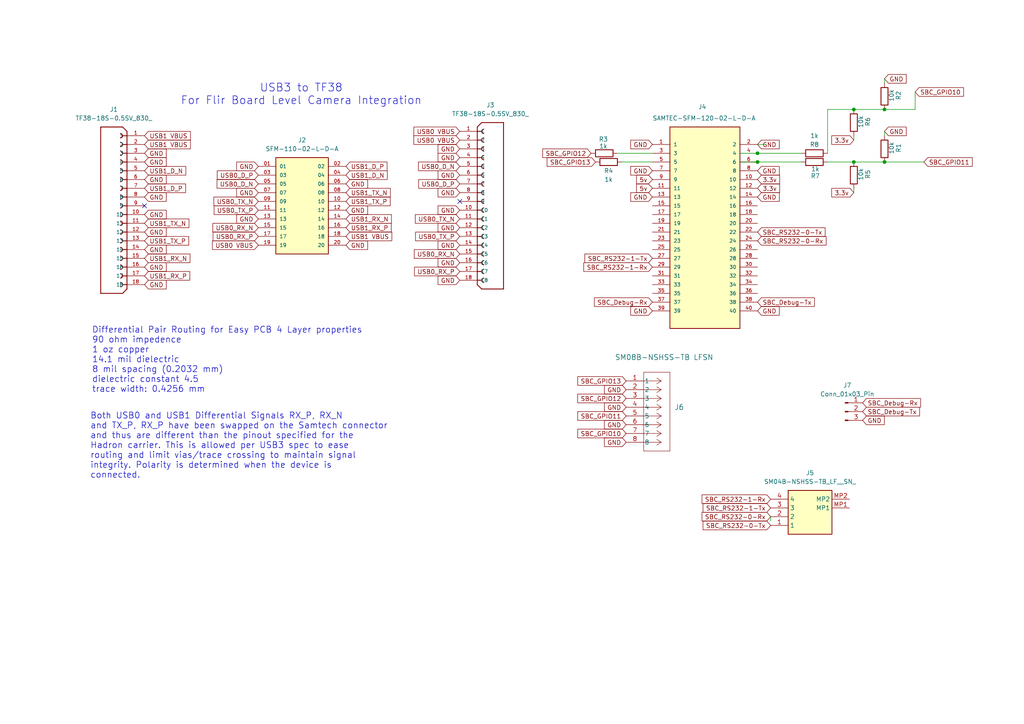
<source format=kicad_sch>
(kicad_sch (version 20250114) (generator "eeschema") (generator_version "9.0")
  (paper "A4")
  (lib_symbols
    (symbol "Connector:Conn_01x03_Pin" (pin_names (offset 1.016) (hide yes))
      (property "Reference" "J" (at 0 5.08 0))
      (property "Value" "Conn_01x03_Pin" (at 0 -5.08 0))
      (symbol "Conn_01x03_Pin_1_1"
        (rectangle (start 0.8636 2.667) (end 0 2.413) (stroke (width 0.1524)) (fill (type outline)))
        (rectangle (start 0.8636 0.127) (end 0 -0.127) (stroke (width 0.1524)) (fill (type outline)))
        (rectangle (start 0.8636 -2.413) (end 0 -2.667) (stroke (width 0.1524)) (fill (type outline)))
        (polyline (pts (xy 1.27 2.54) (xy 0.8636 2.54)) (stroke (width 0.1524)))
        (polyline (pts (xy 1.27 0) (xy 0.8636 0)) (stroke (width 0.1524)))
        (polyline (pts (xy 1.27 -2.54) (xy 0.8636 -2.54)) (stroke (width 0.1524)))
        (pin passive line (at 5.08 2.54 180) (length 3.81) (name "Pin_1") (number "1"))
        (pin passive line (at 5.08 0 180) (length 3.81) (name "Pin_2") (number "2"))
        (pin passive line (at 5.08 -2.54 180) (length 3.81) (name "Pin_3") (number "3"))
      )
    )
    (symbol "Device:R" (pin_numbers (hide yes)) (pin_names (offset 0))
      (property "Reference" "R" (at 2.032 0 90))
      (property "Value" "R" (at 0 0 90))
      (symbol "R_0_1"
        (rectangle (start -1.016 -2.54) (end 1.016 2.54) (stroke (width 0.254)))
      )
      (symbol "R_1_1"
        (pin passive line (at 0 3.81 270) (length 1.27) (name "~") (number "1"))
        (pin passive line (at 0 -3.81 90) (length 1.27) (name "~") (number "2"))
      )
    )
    (symbol "Ricks_symbols:SAMTEC-SFM-120-02-X-D-A" (pin_names (offset 1.016))
      (property "Reference" "J" (at 0 5.08 0))
      (property "Value" "SAMTEC-SFM-120-02-X-D-A" (at -2.032 -56.896 0))
      (symbol "SAMTEC-SFM-120-02-X-D-A_0_0"
        (rectangle (start 0 -53.34) (end 20.3 5.08) (stroke (width 0.254)) (fill (type background)))
        (pin passive line (at -5.08 0 0) (length 5.08) (name "1") (number "1"))
        (pin passive line (at -5.08 -2.54 0) (length 5.08) (name "3") (number "3"))
        (pin passive line (at -5.08 -5.08 0) (length 5.08) (name "5") (number "5"))
        (pin passive line (at -5.08 -7.62 0) (length 5.08) (name "7") (number "7"))
        (pin passive line (at -5.08 -10.16 0) (length 5.08) (name "9") (number "9"))
        (pin passive line (at -5.08 -12.7 0) (length 5.08) (name "11") (number "11"))
        (pin passive line (at -5.08 -15.24 0) (length 5.08) (name "13") (number "13"))
        (pin passive line (at -5.08 -17.78 0) (length 5.08) (name "15") (number "15"))
        (pin passive line (at -5.08 -20.32 0) (length 5.08) (name "17") (number "17"))
        (pin passive line (at -5.08 -22.86 0) (length 5.08) (name "19") (number "19"))
        (pin passive line (at -5.08 -25.4 0) (length 5.08) (name "21") (number "21"))
        (pin passive line (at -5.08 -27.94 0) (length 5.08) (name "23") (number "23"))
        (pin passive line (at -5.08 -30.48 0) (length 5.08) (name "25") (number "25"))
        (pin passive line (at -5.08 -33.02 0) (length 5.08) (name "27") (number "27"))
        (pin passive line (at -5.08 -35.56 0) (length 5.08) (name "29") (number "29"))
        (pin passive line (at -5.08 -38.1 0) (length 5.08) (name "31") (number "31"))
        (pin passive line (at -5.08 -40.64 0) (length 5.08) (name "33") (number "33"))
        (pin passive line (at -5.08 -43.18 0) (length 5.08) (name "35") (number "35"))
        (pin passive line (at -5.08 -45.72 0) (length 5.08) (name "37") (number "37"))
        (pin passive line (at -5.08 -48.26 0) (length 5.08) (name "39") (number "39"))
        (pin passive line (at 25.4 0 180) (length 5.08) (name "2") (number "2"))
        (pin passive line (at 25.4 -2.54 180) (length 5.08) (name "4") (number "4"))
        (pin passive line (at 25.4 -5.08 180) (length 5.08) (name "6") (number "6"))
        (pin passive line (at 25.4 -7.62 180) (length 5.08) (name "8") (number "8"))
        (pin passive line (at 25.4 -10.16 180) (length 5.08) (name "10") (number "10"))
        (pin passive line (at 25.4 -12.7 180) (length 5.08) (name "12") (number "12"))
        (pin passive line (at 25.4 -15.24 180) (length 5.08) (name "14") (number "14"))
        (pin passive line (at 25.4 -17.78 180) (length 5.08) (name "16") (number "16"))
        (pin passive line (at 25.4 -20.32 180) (length 5.08) (name "18") (number "18"))
        (pin passive line (at 25.4 -22.86 180) (length 5.08) (name "20") (number "20"))
        (pin passive line (at 25.4 -25.4 180) (length 5.08) (name "22") (number "22"))
        (pin passive line (at 25.4 -27.94 180) (length 5.08) (name "24") (number "24"))
        (pin passive line (at 25.4 -30.48 180) (length 5.08) (name "26") (number "26"))
        (pin passive line (at 25.4 -33.02 180) (length 5.08) (name "28") (number "28"))
        (pin passive line (at 25.4 -35.56 180) (length 5.08) (name "30") (number "30"))
        (pin passive line (at 25.4 -38.1 180) (length 5.08) (name "32") (number "32"))
        (pin passive line (at 25.4 -40.64 180) (length 5.08) (name "34") (number "34"))
        (pin passive line (at 25.4 -43.18 180) (length 5.08) (name "36") (number "36"))
        (pin passive line (at 25.4 -45.72 180) (length 5.08) (name "38") (number "38"))
        (pin passive line (at 25.4 -48.26 180) (length 5.08) (name "40") (number "40"))
      )
    )
    (symbol "Ricks_symbols:SFM-110-02-L-D-A-P-TR" (pin_names (offset 1.016))
      (property "Reference" "J" (at -7.62 13.97 0))
      (property "Value" "SFM-110-02-L-D-A-P-TR" (at -7.62 -17.78 0))
      (symbol "SFM-110-02-L-D-A-P-TR_0_0"
        (rectangle (start -7.62 -15.24) (end 7.6 12.7) (stroke (width 0.254)) (fill (type background)))
        (pin passive line (at -12.7 10.16 0) (length 5.08) (name "01") (number "01"))
        (pin passive line (at -12.7 7.62 0) (length 5.08) (name "03") (number "03"))
        (pin passive line (at -12.7 5.08 0) (length 5.08) (name "05") (number "05"))
        (pin passive line (at -12.7 2.54 0) (length 5.08) (name "07") (number "07"))
        (pin passive line (at -12.7 0 0) (length 5.08) (name "09") (number "09"))
        (pin passive line (at -12.7 -2.54 0) (length 5.08) (name "11") (number "11"))
        (pin passive line (at -12.7 -5.08 0) (length 5.08) (name "13") (number "13"))
        (pin passive line (at -12.7 -7.62 0) (length 5.08) (name "15") (number "15"))
        (pin passive line (at -12.7 -10.16 0) (length 5.08) (name "17") (number "17"))
        (pin passive line (at -12.7 -12.7 0) (length 5.08) (name "19") (number "19"))
        (pin passive line (at 12.7 10.16 180) (length 5.08) (name "02") (number "02"))
        (pin passive line (at 12.7 7.62 180) (length 5.08) (name "04") (number "04"))
        (pin passive line (at 12.7 5.08 180) (length 5.08) (name "06") (number "06"))
        (pin passive line (at 12.7 2.54 180) (length 5.08) (name "08") (number "08"))
        (pin passive line (at 12.7 0 180) (length 5.08) (name "10") (number "10"))
        (pin passive line (at 12.7 -2.54 180) (length 5.08) (name "12") (number "12"))
        (pin passive line (at 12.7 -5.08 180) (length 5.08) (name "14") (number "14"))
        (pin passive line (at 12.7 -7.62 180) (length 5.08) (name "16") (number "16"))
        (pin passive line (at 12.7 -10.16 180) (length 5.08) (name "18") (number "18"))
        (pin passive line (at 12.7 -12.7 180) (length 5.08) (name "20") (number "20"))
      )
    )
    (symbol "Ricks_symbols:SM04B-NSHSS-TB_LF__SN_"
      (property "Reference" "J" (at 5.334 4.572 0))
      (property "Value" "SM04B-NSHSS-TB_LF__SN_" (at -0.508 -11.684 0))
      (symbol "SM04B-NSHSS-TB_LF__SN__1_1"
        (rectangle (start 5.08 2.54) (end 17.78 -10.16) (stroke (width 0.254)) (fill (type background)))
        (pin passive line (at 0 0 0) (length 5.08) (name "4") (number "4"))
        (pin passive line (at 0 -2.54 0) (length 5.08) (name "3") (number "3"))
        (pin passive line (at 0 -5.08 0) (length 5.08) (name "2") (number "2"))
        (pin passive line (at 0 -7.62 0) (length 5.08) (name "1") (number "1"))
        (pin passive line (at 22.86 0 180) (length 5.08) (name "MP2") (number "MP2"))
        (pin passive line (at 22.86 -2.54 180) (length 5.08) (name "MP1") (number "MP1"))
      )
    )
    (symbol "Ricks_symbols:SM08B-NSHSS-TB_LFSN_1" (pin_names (offset 0.254))
      (property "Reference" "J" (at 5.588 4.064 0))
      (property "Value" "SM08B-NSHSS-TB LFSN" (at 6.35 -22.86 0))
      (symbol "SM08B-NSHSS-TB_LFSN_1_1_1"
        (polyline (pts (xy 5.08 2.54) (xy 5.08 -20.32)) (stroke (width 0.127)))
        (polyline (pts (xy 5.08 -20.32) (xy 12.7 -20.32)) (stroke (width 0.127)))
        (polyline (pts (xy 10.16 0) (xy 5.08 0)) (stroke (width 0.127)))
        (polyline (pts (xy 10.16 0) (xy 8.89 0.8467)) (stroke (width 0.127)))
        (polyline (pts (xy 10.16 0) (xy 8.89 -0.8467)) (stroke (width 0.127)))
        (polyline (pts (xy 10.16 -2.54) (xy 5.08 -2.54)) (stroke (width 0.127)))
        (polyline (pts (xy 10.16 -2.54) (xy 8.89 -1.6933)) (stroke (width 0.127)))
        (polyline (pts (xy 10.16 -2.54) (xy 8.89 -3.3867)) (stroke (width 0.127)))
        (polyline (pts (xy 10.16 -5.08) (xy 5.08 -5.08)) (stroke (width 0.127)))
        (polyline (pts (xy 10.16 -5.08) (xy 8.89 -4.2333)) (stroke (width 0.127)))
        (polyline (pts (xy 10.16 -5.08) (xy 8.89 -5.9267)) (stroke (width 0.127)))
        (polyline (pts (xy 10.16 -7.62) (xy 5.08 -7.62)) (stroke (width 0.127)))
        (polyline (pts (xy 10.16 -7.62) (xy 8.89 -6.7733)) (stroke (width 0.127)))
        (polyline (pts (xy 10.16 -7.62) (xy 8.89 -8.4667)) (stroke (width 0.127)))
        (polyline (pts (xy 10.16 -10.16) (xy 5.08 -10.16)) (stroke (width 0.127)))
        (polyline (pts (xy 10.16 -10.16) (xy 8.89 -9.3133)) (stroke (width 0.127)))
        (polyline (pts (xy 10.16 -10.16) (xy 8.89 -11.0067)) (stroke (width 0.127)))
        (polyline (pts (xy 10.16 -12.7) (xy 5.08 -12.7)) (stroke (width 0.127)))
        (polyline (pts (xy 10.16 -12.7) (xy 8.89 -11.8533)) (stroke (width 0.127)))
        (polyline (pts (xy 10.16 -12.7) (xy 8.89 -13.5467)) (stroke (width 0.127)))
        (polyline (pts (xy 10.16 -15.24) (xy 5.08 -15.24)) (stroke (width 0.127)))
        (polyline (pts (xy 10.16 -15.24) (xy 8.89 -14.3933)) (stroke (width 0.127)))
        (polyline (pts (xy 10.16 -15.24) (xy 8.89 -16.0867)) (stroke (width 0.127)))
        (polyline (pts (xy 10.16 -17.78) (xy 5.08 -17.78)) (stroke (width 0.127)))
        (polyline (pts (xy 10.16 -17.78) (xy 8.89 -16.9333)) (stroke (width 0.127)))
        (polyline (pts (xy 10.16 -17.78) (xy 8.89 -18.6267)) (stroke (width 0.127)))
        (polyline (pts (xy 12.7 2.54) (xy 5.08 2.54)) (stroke (width 0.127)))
        (polyline (pts (xy 12.7 -20.32) (xy 12.7 2.54)) (stroke (width 0.127)))
        (pin unspecified line (at 0 0 0) (length 5.08) (name "1") (number "1"))
        (pin unspecified line (at 0 -2.54 0) (length 5.08) (name "2") (number "2"))
        (pin unspecified line (at 0 -5.08 0) (length 5.08) (name "3") (number "3"))
        (pin unspecified line (at 0 -7.62 0) (length 5.08) (name "4") (number "4"))
        (pin unspecified line (at 0 -10.16 0) (length 5.08) (name "5") (number "5"))
        (pin unspecified line (at 0 -12.7 0) (length 5.08) (name "6") (number "6"))
        (pin unspecified line (at 0 -15.24 0) (length 5.08) (name "7") (number "7"))
        (pin unspecified line (at 0 -17.78 0) (length 5.08) (name "8") (number "8"))
      )
      (symbol "SM08B-NSHSS-TB_LFSN_1_1_2"
        (polyline (pts (xy 5.08 2.54) (xy 5.08 -15.24)) (stroke (width 0.127)))
        (polyline (pts (xy 5.08 -15.24) (xy 12.7 -15.24)) (stroke (width 0.127)))
        (polyline (pts (xy 7.62 0) (xy 5.08 0)) (stroke (width 0.127)))
        (polyline (pts (xy 7.62 0) (xy 8.89 0.8467)) (stroke (width 0.127)))
        (polyline (pts (xy 7.62 0) (xy 8.89 -0.8467)) (stroke (width 0.127)))
        (polyline (pts (xy 7.62 -2.54) (xy 5.08 -2.54)) (stroke (width 0.127)))
        (polyline (pts (xy 7.62 -2.54) (xy 8.89 -1.6933)) (stroke (width 0.127)))
        (polyline (pts (xy 7.62 -2.54) (xy 8.89 -3.3867)) (stroke (width 0.127)))
        (polyline (pts (xy 7.62 -5.08) (xy 5.08 -5.08)) (stroke (width 0.127)))
        (polyline (pts (xy 7.62 -5.08) (xy 8.89 -4.2333)) (stroke (width 0.127)))
        (polyline (pts (xy 7.62 -5.08) (xy 8.89 -5.9267)) (stroke (width 0.127)))
        (polyline (pts (xy 7.62 -7.62) (xy 5.08 -7.62)) (stroke (width 0.127)))
        (polyline (pts (xy 7.62 -7.62) (xy 8.89 -6.7733)) (stroke (width 0.127)))
        (polyline (pts (xy 7.62 -7.62) (xy 8.89 -8.4667)) (stroke (width 0.127)))
        (polyline (pts (xy 7.62 -10.16) (xy 5.08 -10.16)) (stroke (width 0.127)))
        (polyline (pts (xy 7.62 -10.16) (xy 8.89 -9.3133)) (stroke (width 0.127)))
        (polyline (pts (xy 7.62 -10.16) (xy 8.89 -11.0067)) (stroke (width 0.127)))
        (polyline (pts (xy 7.62 -12.7) (xy 5.08 -12.7)) (stroke (width 0.127)))
        (polyline (pts (xy 7.62 -12.7) (xy 8.89 -11.8533)) (stroke (width 0.127)))
        (polyline (pts (xy 7.62 -12.7) (xy 8.89 -13.5467)) (stroke (width 0.127)))
        (polyline (pts (xy 12.7 2.54) (xy 5.08 2.54)) (stroke (width 0.127)))
        (polyline (pts (xy 12.7 -15.24) (xy 12.7 2.54)) (stroke (width 0.127)))
        (pin unspecified line (at 0 0 0) (length 5.08) (name "1") (number "1"))
        (pin unspecified line (at 0 -2.54 0) (length 5.08) (name "2") (number "2"))
        (pin unspecified line (at 0 -5.08 0) (length 5.08) (name "3") (number "3"))
        (pin unspecified line (at 0 -7.62 0) (length 5.08) (name "4") (number "4"))
        (pin unspecified line (at 0 -10.16 0) (length 5.08) (name "5") (number "5"))
        (pin unspecified line (at 0 -12.7 0) (length 5.08) (name "6") (number "6"))
      )
    )
    (symbol "Ricks_symbols:TF38-18S-0.5SV_830_" (pin_names (offset 1.016))
      (property "Reference" "J" (at -7.62 26.67 0))
      (property "Value" "TF38-18S-0.5SV_830_" (at -7.62 -25.4 0))
      (symbol "TF38-18S-0.5SV_830__0_0"
        (polyline (pts (xy -7.62 25.4) (xy -1.27 25.4)) (stroke (width 0.254)))
        (polyline (pts (xy -7.62 -22.86) (xy -7.62 25.4)) (stroke (width 0.254)))
        (arc (start -1.905 23.495) (mid -1.2727 22.86) (end -1.905 22.225) (stroke (width 0.254)))
        (arc (start -1.905 20.955) (mid -1.2727 20.32) (end -1.905 19.685) (stroke (width 0.254)))
        (arc (start -1.905 18.415) (mid -1.2727 17.78) (end -1.905 17.145) (stroke (width 0.254)))
        (arc (start -1.905 15.875) (mid -1.2727 15.24) (end -1.905 14.605) (stroke (width 0.254)))
        (arc (start -1.905 13.335) (mid -1.2727 12.7) (end -1.905 12.065) (stroke (width 0.254)))
        (arc (start -1.905 10.795) (mid -1.2727 10.16) (end -1.905 9.525) (stroke (width 0.254)))
        (arc (start -1.905 8.255) (mid -1.2727 7.62) (end -1.905 6.985) (stroke (width 0.254)))
        (arc (start -1.905 5.715) (mid -1.2727 5.08) (end -1.905 4.445) (stroke (width 0.254)))
        (arc (start -1.905 3.175) (mid -1.2727 2.54) (end -1.905 1.905) (stroke (width 0.254)))
        (arc (start -1.905 0.635) (mid -1.2727 0) (end -1.905 -0.635) (stroke (width 0.254)))
        (arc (start -1.905 -1.905) (mid -1.2727 -2.54) (end -1.905 -3.175) (stroke (width 0.254)))
        (arc (start -1.905 -4.445) (mid -1.2727 -5.08) (end -1.905 -5.715) (stroke (width 0.254)))
        (arc (start -1.905 -6.985) (mid -1.2727 -7.62) (end -1.905 -8.255) (stroke (width 0.254)))
        (arc (start -1.905 -9.525) (mid -1.2727 -10.16) (end -1.905 -10.795) (stroke (width 0.254)))
        (arc (start -1.905 -12.065) (mid -1.2727 -12.7) (end -1.905 -13.335) (stroke (width 0.254)))
        (arc (start -1.905 -14.605) (mid -1.2727 -15.24) (end -1.905 -15.875) (stroke (width 0.254)))
        (arc (start -1.905 -17.145) (mid -1.2727 -17.78) (end -1.905 -18.415) (stroke (width 0.254)))
        (arc (start -1.905 -19.685) (mid -1.2727 -20.32) (end -1.905 -20.955) (stroke (width 0.254)))
        (polyline (pts (xy -1.27 -22.86) (xy -7.62 -22.86)) (stroke (width 0.254)))
        (polyline (pts (xy 0 24.13) (xy -1.27 25.4)) (stroke (width 0.254)))
        (polyline (pts (xy 0 24.13) (xy 0 22.86)) (stroke (width 0.254)))
        (polyline (pts (xy 0 22.86) (xy -1.27 22.86)) (stroke (width 0.254)))
        (polyline (pts (xy 0 22.86) (xy 0 -21.59)) (stroke (width 0.254)))
        (polyline (pts (xy 0 20.32) (xy -1.27 20.32)) (stroke (width 0.254)))
        (polyline (pts (xy 0 17.78) (xy -1.27 17.78)) (stroke (width 0.254)))
        (polyline (pts (xy 0 15.24) (xy -1.27 15.24)) (stroke (width 0.254)))
        (polyline (pts (xy 0 12.7) (xy -1.27 12.7)) (stroke (width 0.254)))
        (polyline (pts (xy 0 10.16) (xy -1.27 10.16)) (stroke (width 0.254)))
        (polyline (pts (xy 0 7.62) (xy -1.27 7.62)) (stroke (width 0.254)))
        (polyline (pts (xy 0 5.08) (xy -1.27 5.08)) (stroke (width 0.254)))
        (polyline (pts (xy 0 2.54) (xy -1.27 2.54)) (stroke (width 0.254)))
        (polyline (pts (xy 0 0) (xy -1.27 0)) (stroke (width 0.254)))
        (polyline (pts (xy 0 -2.54) (xy -1.27 -2.54)) (stroke (width 0.254)))
        (polyline (pts (xy 0 -5.08) (xy -1.27 -5.08)) (stroke (width 0.254)))
        (polyline (pts (xy 0 -7.62) (xy -1.27 -7.62)) (stroke (width 0.254)))
        (polyline (pts (xy 0 -10.16) (xy -1.27 -10.16)) (stroke (width 0.254)))
        (polyline (pts (xy 0 -12.7) (xy -1.27 -12.7)) (stroke (width 0.254)))
        (polyline (pts (xy 0 -15.24) (xy -1.27 -15.24)) (stroke (width 0.254)))
        (polyline (pts (xy 0 -17.78) (xy -1.27 -17.78)) (stroke (width 0.254)))
        (polyline (pts (xy 0 -20.32) (xy -1.27 -20.32)) (stroke (width 0.254)))
        (polyline (pts (xy 0 -21.59) (xy -1.27 -22.86)) (stroke (width 0.254)))
        (pin passive line (at 5.08 22.86 180) (length 5.08) (name "1") (number "1"))
        (pin passive line (at 5.08 20.32 180) (length 5.08) (name "2") (number "2"))
        (pin passive line (at 5.08 17.78 180) (length 5.08) (name "3") (number "3"))
        (pin passive line (at 5.08 15.24 180) (length 5.08) (name "4") (number "4"))
        (pin passive line (at 5.08 12.7 180) (length 5.08) (name "5") (number "5"))
        (pin passive line (at 5.08 10.16 180) (length 5.08) (name "6") (number "6"))
        (pin passive line (at 5.08 7.62 180) (length 5.08) (name "7") (number "7"))
        (pin passive line (at 5.08 5.08 180) (length 5.08) (name "8") (number "8"))
        (pin passive line (at 5.08 2.54 180) (length 5.08) (name "9") (number "9"))
        (pin passive line (at 5.08 0 180) (length 5.08) (name "10") (number "10"))
        (pin passive line (at 5.08 -2.54 180) (length 5.08) (name "11") (number "11"))
        (pin passive line (at 5.08 -5.08 180) (length 5.08) (name "12") (number "12"))
        (pin passive line (at 5.08 -7.62 180) (length 5.08) (name "13") (number "13"))
        (pin passive line (at 5.08 -10.16 180) (length 5.08) (name "14") (number "14"))
        (pin passive line (at 5.08 -12.7 180) (length 5.08) (name "15") (number "15"))
        (pin passive line (at 5.08 -15.24 180) (length 5.08) (name "16") (number "16"))
        (pin passive line (at 5.08 -17.78 180) (length 5.08) (name "17") (number "17"))
        (pin passive line (at 5.08 -20.32 180) (length 5.08) (name "18") (number "18"))
      )
    )
  )
  (text "Differential Pair Routing for Easy PCB 4 Layer properties\n90 ohm impedence\n1 oz copper\n14.1 mil dielectric\n8 mil spacing (0.2032 mm)\ndielectric constant 4.5\ntrace width: 0.4256 mm" (at 26.67 104.394 0) (effects (font (size 1.778 1.778)) (justify left)))
  (text "USB3 to TF38\nFor Flir Board Level Camera Integration" (at 87.376 27.432 0) (effects (font (size 2.286 2.286))))
  (text "Both USB0 and USB1 Differential Signals RX_P, RX_N\nand TX_P, RX_P have been swapped on the Samtech connector\nand thus are different than the pinout specified for the\nHadron carrier. This is allowed per USB3 spec to ease\nrouting and limit vias/trace crossing to maintain signal\nintegrity. Polarity is determined when the device is\nconnected." (at 26.162 129.286 0) (effects (font (size 1.778 1.778)) (justify left)))
  (junction (at 247.65 46.99))
  (junction (at 256.54 31.75))
  (junction (at 219.71 44.45))
  (junction (at 247.65 31.75))
  (junction (at 256.54 46.99))
  (junction (at 219.71 46.99))
  (no_connect (at 41.91 59.69))
  (no_connect (at 133.35 58.42))
  (wire (pts (xy 247.65 55.88) (xy 247.65 54.61)))
  (wire (pts (xy 265.43 31.75) (xy 256.54 31.75)))
  (wire (pts (xy 256.54 38.1) (xy 256.54 39.37)))
  (wire (pts (xy 223.52 151.13) (xy 223.52 149.86)))
  (wire (pts (xy 247.65 31.75) (xy 240.03 31.75)))
  (wire (pts (xy 256.54 46.99) (xy 247.65 46.99)))
  (wire (pts (xy 256.54 22.86) (xy 256.54 24.13)))
  (wire (pts (xy 240.03 31.75) (xy 240.03 44.45)))
  (wire (pts (xy 219.71 44.45) (xy 214.63 44.45)))
  (wire (pts (xy 265.43 26.67) (xy 265.43 31.75)))
  (wire (pts (xy 180.34 46.99) (xy 189.23 46.99)))
  (wire (pts (xy 256.54 31.75) (xy 247.65 31.75)))
  (wire (pts (xy 247.65 40.64) (xy 247.65 39.37)))
  (wire (pts (xy 179.07 44.45) (xy 189.23 44.45)))
  (wire (pts (xy 222.25 41.91) (xy 219.71 41.91)))
  (wire (pts (xy 267.97 46.99) (xy 256.54 46.99)))
  (wire (pts (xy 232.41 46.99) (xy 219.71 46.99)))
  (wire (pts (xy 247.65 46.99) (xy 240.03 46.99)))
  (wire (pts (xy 219.71 44.45) (xy 232.41 44.45)))
  (wire (pts (xy 219.71 46.99) (xy 214.63 46.99)))
  (global_label "5v" (shape input) (at 189.23 52.07 180) (property "Intersheetrefs" "${INTERSHEET_REFS}" (effects (hide yes))))
  (global_label "USB1_RX_P" (shape input) (at 41.91 80.01 0) (property "Intersheetrefs" "${INTERSHEET_REFS}" (effects (hide yes))))
  (global_label "USB1_D_P" (shape input) (at 100.33 48.26 0) (property "Intersheetrefs" "${INTERSHEET_REFS}" (effects (hide yes))))
  (global_label "USB0_TX_N" (shape input) (at 74.93 58.42 180) (property "Intersheetrefs" "${INTERSHEET_REFS}" (effects (hide yes))))
  (global_label "USB0 VBUS" (shape input) (at 133.35 40.64 180) (property "Intersheetrefs" "${INTERSHEET_REFS}" (effects (hide yes))))
  (global_label "USB0_RX_P" (shape input) (at 133.35 78.74 180) (property "Intersheetrefs" "${INTERSHEET_REFS}" (effects (hide yes))))
  (global_label "GND" (shape input) (at 189.23 41.91 180) (property "Intersheetrefs" "${INTERSHEET_REFS}" (effects (hide yes))))
  (global_label "GND" (shape input) (at 189.23 90.17 180) (property "Intersheetrefs" "${INTERSHEET_REFS}" (effects (hide yes))))
  (global_label "SBC_RS232-1-Rx" (shape input) (at 189.23 77.47 180) (property "Intersheetrefs" "${INTERSHEET_REFS}" (effects (hide yes))))
  (global_label "USB1_D_N" (shape input) (at 100.33 50.8 0) (property "Intersheetrefs" "${INTERSHEET_REFS}" (effects (hide yes))))
  (global_label "SBC_GPIO12" (shape input) (at 181.61 115.57 180) (property "Intersheetrefs" "${INTERSHEET_REFS}" (effects (hide yes))))
  (global_label "SBC_RS232-1-Tx" (shape input) (at 223.52 147.32 180) (property "Intersheetrefs" "${INTERSHEET_REFS}" (effects (hide yes))))
  (global_label "USB1_RX_N" (shape input) (at 100.33 63.5 0) (property "Intersheetrefs" "${INTERSHEET_REFS}" (effects (hide yes))))
  (global_label "GND" (shape input) (at 133.35 76.2 180) (property "Intersheetrefs" "${INTERSHEET_REFS}" (effects (hide yes))))
  (global_label "3.3v" (shape input) (at 219.71 52.07 0) (property "Intersheetrefs" "${INTERSHEET_REFS}" (effects (hide yes))))
  (global_label "USB0_TX_N" (shape input) (at 133.35 63.5 180) (property "Intersheetrefs" "${INTERSHEET_REFS}" (effects (hide yes))))
  (global_label "GND" (shape input) (at 133.35 81.28 180) (property "Intersheetrefs" "${INTERSHEET_REFS}" (effects (hide yes))))
  (global_label "USB0_RX_P" (shape input) (at 74.93 68.58 180) (property "Intersheetrefs" "${INTERSHEET_REFS}" (effects (hide yes))))
  (global_label "SBC_GPIO12" (shape input) (at 171.45 44.45 180) (property "Intersheetrefs" "${INTERSHEET_REFS}" (effects (hide yes))))
  (global_label "USB0_TX_P" (shape input) (at 74.93 60.96 180) (property "Intersheetrefs" "${INTERSHEET_REFS}" (effects (hide yes))))
  (global_label "GND" (shape input) (at 181.61 123.19 180) (property "Intersheetrefs" "${INTERSHEET_REFS}" (effects (hide yes))))
  (global_label "GND" (shape input) (at 133.35 71.12 180) (property "Intersheetrefs" "${INTERSHEET_REFS}" (effects (hide yes))))
  (global_label "USB0_D_N" (shape input) (at 133.35 48.26 180) (property "Intersheetrefs" "${INTERSHEET_REFS}" (effects (hide yes))))
  (global_label "GND" (shape input) (at 219.71 90.17 0) (property "Intersheetrefs" "${INTERSHEET_REFS}" (effects (hide yes))))
  (global_label "GND" (shape input) (at 219.71 57.15 0) (property "Intersheetrefs" "${INTERSHEET_REFS}" (effects (hide yes))))
  (global_label "GND" (shape input) (at 41.91 82.55 0) (property "Intersheetrefs" "${INTERSHEET_REFS}" (effects (hide yes))))
  (global_label "USB0_RX_N" (shape input) (at 74.93 66.04 180) (property "Intersheetrefs" "${INTERSHEET_REFS}" (effects (hide yes))))
  (global_label "SBC_Debug-Rx" (shape input) (at 250.19 116.84 0) (property "Intersheetrefs" "${INTERSHEET_REFS}" (effects (hide yes))))
  (global_label "SBC_RS232-0-Tx" (shape input) (at 219.71 67.31 0) (property "Intersheetrefs" "${INTERSHEET_REFS}" (effects (hide yes))))
  (global_label "GND" (shape input) (at 74.93 48.26 180) (property "Intersheetrefs" "${INTERSHEET_REFS}" (effects (hide yes))))
  (global_label "GND" (shape input) (at 219.71 49.53 0) (property "Intersheetrefs" "${INTERSHEET_REFS}" (effects (hide yes))))
  (global_label "SBC_RS232-0-Rx" (shape input) (at 219.71 69.85 0) (property "Intersheetrefs" "${INTERSHEET_REFS}" (effects (hide yes))))
  (global_label "USB0_TX_P" (shape input) (at 133.35 68.58 180) (property "Intersheetrefs" "${INTERSHEET_REFS}" (effects (hide yes))))
  (global_label "GND" (shape input) (at 74.93 55.88 180) (property "Intersheetrefs" "${INTERSHEET_REFS}" (effects (hide yes))))
  (global_label "USB1_RX_P" (shape input) (at 100.33 66.04 0) (property "Intersheetrefs" "${INTERSHEET_REFS}" (effects (hide yes))))
  (global_label "GND" (shape input) (at 189.23 57.15 180) (property "Intersheetrefs" "${INTERSHEET_REFS}" (effects (hide yes))))
  (global_label "GND" (shape input) (at 133.35 66.04 180) (property "Intersheetrefs" "${INTERSHEET_REFS}" (effects (hide yes))))
  (global_label "GND" (shape input) (at 133.35 50.8 180) (property "Intersheetrefs" "${INTERSHEET_REFS}" (effects (hide yes))))
  (global_label "USB0_D_P" (shape input) (at 74.93 50.8 180) (property "Intersheetrefs" "${INTERSHEET_REFS}" (effects (hide yes))))
  (global_label "USB0_D_N" (shape input) (at 74.93 53.34 180) (property "Intersheetrefs" "${INTERSHEET_REFS}" (effects (hide yes))))
  (global_label "GND" (shape input) (at 100.33 71.12 0) (property "Intersheetrefs" "${INTERSHEET_REFS}" (effects (hide yes))))
  (global_label "USB0_D_P" (shape input) (at 133.35 53.34 180) (property "Intersheetrefs" "${INTERSHEET_REFS}" (effects (hide yes))))
  (global_label "USB1_RX_N" (shape input) (at 41.91 74.93 0) (property "Intersheetrefs" "${INTERSHEET_REFS}" (effects (hide yes))))
  (global_label "SBC_Debug-Rx" (shape input) (at 189.23 87.63 180) (property "Intersheetrefs" "${INTERSHEET_REFS}" (effects (hide yes))))
  (global_label "SBC_GPIO11" (shape input) (at 181.61 120.65 180) (property "Intersheetrefs" "${INTERSHEET_REFS}" (effects (hide yes))))
  (global_label "SBC_RS232-1-Tx" (shape input) (at 189.23 74.93 180) (property "Intersheetrefs" "${INTERSHEET_REFS}" (effects (hide yes))))
  (global_label "GND" (shape input) (at 41.91 46.99 0) (property "Intersheetrefs" "${INTERSHEET_REFS}" (effects (hide yes))))
  (global_label "USB1_TX_N" (shape input) (at 41.91 64.77 0) (property "Intersheetrefs" "${INTERSHEET_REFS}" (effects (hide yes))))
  (global_label "SBC_RS232-0-Tx" (shape input) (at 223.52 152.4 180) (property "Intersheetrefs" "${INTERSHEET_REFS}" (effects (hide yes))))
  (global_label "SBC_GPIO10" (shape input) (at 265.43 26.67 0) (property "Intersheetrefs" "${INTERSHEET_REFS}" (effects (hide yes))))
  (global_label "GND" (shape input) (at 133.35 60.96 180) (property "Intersheetrefs" "${INTERSHEET_REFS}" (effects (hide yes))))
  (global_label "GND" (shape input) (at 181.61 128.27 180) (property "Intersheetrefs" "${INTERSHEET_REFS}" (effects (hide yes))))
  (global_label "USB1_TX_P" (shape input) (at 41.91 69.85 0) (property "Intersheetrefs" "${INTERSHEET_REFS}" (effects (hide yes))))
  (global_label "GND" (shape input) (at 133.35 43.18 180) (property "Intersheetrefs" "${INTERSHEET_REFS}" (effects (hide yes))))
  (global_label "GND" (shape input) (at 41.91 44.45 0) (property "Intersheetrefs" "${INTERSHEET_REFS}" (effects (hide yes))))
  (global_label "GND" (shape input) (at 219.71 41.91 0) (property "Intersheetrefs" "${INTERSHEET_REFS}" (effects (hide yes))))
  (global_label "3.3v" (shape input) (at 219.71 54.61 0) (property "Intersheetrefs" "${INTERSHEET_REFS}" (effects (hide yes))))
  (global_label "USB1_D_N" (shape input) (at 41.91 49.53 0) (property "Intersheetrefs" "${INTERSHEET_REFS}" (effects (hide yes))))
  (global_label "GND" (shape input) (at 41.91 57.15 0) (property "Intersheetrefs" "${INTERSHEET_REFS}" (effects (hide yes))))
  (global_label "3.3v" (shape input) (at 247.65 40.64 180) (property "Intersheetrefs" "${INTERSHEET_REFS}" (effects (hide yes))))
  (global_label "GND" (shape input) (at 41.91 67.31 0) (property "Intersheetrefs" "${INTERSHEET_REFS}" (effects (hide yes))))
  (global_label "GND" (shape input) (at 41.91 77.47 0) (property "Intersheetrefs" "${INTERSHEET_REFS}" (effects (hide yes))))
  (global_label "USB1 VBUS" (shape input) (at 41.91 41.91 0) (property "Intersheetrefs" "${INTERSHEET_REFS}" (effects (hide yes))))
  (global_label "USB0 VBUS" (shape input) (at 133.35 38.1 180) (property "Intersheetrefs" "${INTERSHEET_REFS}" (effects (hide yes))))
  (global_label "GND" (shape input) (at 41.91 52.07 0) (property "Intersheetrefs" "${INTERSHEET_REFS}" (effects (hide yes))))
  (global_label "GND" (shape input) (at 133.35 45.72 180) (property "Intersheetrefs" "${INTERSHEET_REFS}" (effects (hide yes))))
  (global_label "GND" (shape input) (at 41.91 72.39 0) (property "Intersheetrefs" "${INTERSHEET_REFS}" (effects (hide yes))))
  (global_label "USB1 VBUS" (shape input) (at 100.33 68.58 0) (property "Intersheetrefs" "${INTERSHEET_REFS}" (effects (hide yes))))
  (global_label "GND" (shape input) (at 74.93 63.5 180) (property "Intersheetrefs" "${INTERSHEET_REFS}" (effects (hide yes))))
  (global_label "USB0_RX_N" (shape input) (at 133.35 73.66 180) (property "Intersheetrefs" "${INTERSHEET_REFS}" (effects (hide yes))))
  (global_label "GND" (shape input) (at 41.91 62.23 0) (property "Intersheetrefs" "${INTERSHEET_REFS}" (effects (hide yes))))
  (global_label "SBC_Debug-Tx" (shape input) (at 250.19 119.38 0) (property "Intersheetrefs" "${INTERSHEET_REFS}" (effects (hide yes))))
  (global_label "USB1_TX_P" (shape input) (at 100.33 58.42 0) (property "Intersheetrefs" "${INTERSHEET_REFS}" (effects (hide yes))))
  (global_label "SBC_GPIO11" (shape input) (at 267.97 46.99 0) (property "Intersheetrefs" "${INTERSHEET_REFS}" (effects (hide yes))))
  (global_label "GND" (shape input) (at 256.54 38.1 0) (property "Intersheetrefs" "${INTERSHEET_REFS}" (effects (hide yes))))
  (global_label "GND" (shape input) (at 133.35 55.88 180) (property "Intersheetrefs" "${INTERSHEET_REFS}" (effects (hide yes))))
  (global_label "SBC_GPIO10" (shape input) (at 181.61 125.73 180) (property "Intersheetrefs" "${INTERSHEET_REFS}" (effects (hide yes))))
  (global_label "SBC_GPIO13" (shape input) (at 181.61 110.49 180) (property "Intersheetrefs" "${INTERSHEET_REFS}" (effects (hide yes))))
  (global_label "5v" (shape input) (at 189.23 54.61 180) (property "Intersheetrefs" "${INTERSHEET_REFS}" (effects (hide yes))))
  (global_label "GND" (shape input) (at 100.33 53.34 0) (property "Intersheetrefs" "${INTERSHEET_REFS}" (effects (hide yes))))
  (global_label "GND" (shape input) (at 100.33 60.96 0) (property "Intersheetrefs" "${INTERSHEET_REFS}" (effects (hide yes))))
  (global_label "GND" (shape input) (at 250.19 121.92 0) (property "Intersheetrefs" "${INTERSHEET_REFS}" (effects (hide yes))))
  (global_label "USB0 VBUS" (shape input) (at 74.93 71.12 180) (property "Intersheetrefs" "${INTERSHEET_REFS}" (effects (hide yes))))
  (global_label "3.3v" (shape input) (at 247.65 55.88 180) (property "Intersheetrefs" "${INTERSHEET_REFS}" (effects (hide yes))))
  (global_label "GND" (shape input) (at 181.61 118.11 180) (property "Intersheetrefs" "${INTERSHEET_REFS}" (effects (hide yes))))
  (global_label "SBC_GPIO13" (shape input) (at 172.72 46.99 180) (property "Intersheetrefs" "${INTERSHEET_REFS}" (effects (hide yes))))
  (global_label "GND" (shape input) (at 256.54 22.86 0) (property "Intersheetrefs" "${INTERSHEET_REFS}" (effects (hide yes))))
  (global_label "USB1 VBUS" (shape input) (at 41.91 39.37 0) (property "Intersheetrefs" "${INTERSHEET_REFS}" (effects (hide yes))))
  (global_label "GND" (shape input) (at 181.61 113.03 180) (property "Intersheetrefs" "${INTERSHEET_REFS}" (effects (hide yes))))
  (global_label "SBC_RS232-1-Rx" (shape input) (at 223.52 144.78 180) (property "Intersheetrefs" "${INTERSHEET_REFS}" (effects (hide yes))))
  (global_label "SBC_Debug-Tx" (shape input) (at 219.71 87.63 0) (property "Intersheetrefs" "${INTERSHEET_REFS}" (effects (hide yes))))
  (global_label "SBC_RS232-0-Rx" (shape input) (at 223.52 149.86 180) (property "Intersheetrefs" "${INTERSHEET_REFS}" (effects (hide yes))))
  (global_label "USB1_TX_N" (shape input) (at 100.33 55.88 0) (property "Intersheetrefs" "${INTERSHEET_REFS}" (effects (hide yes))))
  (global_label "GND" (shape input) (at 189.23 49.53 180) (property "Intersheetrefs" "${INTERSHEET_REFS}" (effects (hide yes))))
  (global_label "USB1_D_P" (shape input) (at 41.91 54.61 0) (property "Intersheetrefs" "${INTERSHEET_REFS}" (effects (hide yes))))
  (symbol (lib_id "Ricks_symbols:SFM-110-02-L-D-A-P-TR") (at 87.63 58.42 0) (unit 1)
    (property "Reference" "J2" (at 87.62 40.64 0))
    (property "Value" "SFM-110-02-L-D-A" (at 87.62 43.18 0))
    (property "Footprint" "Ricks_Library:SAMTEC_SFM-110-02-L-D-A" (effects (hide yes)))
    (property "PARTREV" "Q" (effects (hide yes)))
    (property "SNAPEDA_PN" "SFM-110-02-L-D-A" (effects (hide yes)))
    (property "MANUFACTURER" "Samtec" (effects (hide yes)))
    (property "MAXIMUM_PACKAGE_HEIGHT" "6.48mm" (effects (hide yes)))
    (property "STANDARD" "Manufacturer Recommendations" (effects (hide yes)))
  )
  (symbol (lib_id "Device:R") (at 236.22 46.99 270) (unit 1)
    (property "Reference" "R7" (at 236.474 51.054 90))
    (property "Value" "1k" (at 236.474 49.022 90))
    (property "Footprint" "Resistor_SMD:R_0805_2012Metric" (effects (hide yes)))
    (property "Description" "Resistor" (effects (hide yes)))
  )
  (symbol (lib_id "Device:R") (at 247.65 35.56 0) (unit 1)
    (property "Reference" "R6" (at 251.714 35.306 90))
    (property "Value" "10k" (at 249.682 35.306 90))
    (property "Footprint" "Resistor_SMD:R_0805_2012Metric" (effects (hide yes)))
    (property "Description" "Resistor" (effects (hide yes)))
  )
  (symbol (lib_id "Device:R") (at 236.22 44.45 270) (unit 1)
    (property "Reference" "R8" (at 236.22 41.91 90))
    (property "Value" "1k" (at 236.22 39.37 90))
    (property "Footprint" "Resistor_SMD:R_0805_2012Metric" (effects (hide yes)))
    (property "Description" "Resistor" (effects (hide yes)))
  )
  (symbol (lib_id "Ricks_symbols:TF38-18S-0.5SV_830_") (at 138.43 60.96 0) (mirror y) (unit 1)
    (property "Reference" "J3" (at 142.24 30.48 0))
    (property "Value" "TF38-18S-0.5SV_830_" (at 142.24 33.02 0))
    (property "Footprint" "Ricks_Library:HRS_TF38-18S-0.5SV_830_" (effects (hide yes)))
    (property "STANDARD" "Manufacturer Recommendations" (effects (hide yes)))
  )
  (symbol (lib_id "Device:R") (at 176.53 46.99 90) (unit 1)
    (property "Reference" "R4" (at 176.53 49.53 90))
    (property "Value" "1k" (at 176.53 52.07 90))
    (property "Footprint" "Resistor_SMD:R_0805_2012Metric" (effects (hide yes)))
    (property "Description" "Resistor" (effects (hide yes)))
  )
  (symbol (lib_id "Device:R") (at 256.54 27.94 0) (unit 1)
    (property "Reference" "R2" (at 260.604 27.686 90))
    (property "Value" "10k" (at 258.572 27.686 90))
    (property "Footprint" "Resistor_SMD:R_0805_2012Metric" (effects (hide yes)))
    (property "Description" "Resistor" (effects (hide yes)))
  )
  (symbol (lib_id "Ricks_symbols:SAMTEC-SFM-120-02-X-D-A") (at 194.31 41.91 0) (unit 1)
    (property "Reference" "J4" (at 203.708 30.988 0))
    (property "Value" "SAMTEC-SFM-120-02-L-D-A" (at 204.216 34.29 0))
    (property "Footprint" "Ricks_Library:SAMTEC-SFM-120-02-X-D-A" (effects (hide yes)))
  )
  (symbol (lib_id "Ricks_symbols:SM04B-NSHSS-TB_LF__SN_") (at 223.52 144.78 0) (unit 1)
    (property "Reference" "J5" (at 234.95 137.16 0))
    (property "Value" "SM04B-NSHSS-TB_LF__SN_" (at 234.95 139.7 0))
    (property "Footprint" "Ricks_Library:CONN_JST_SM04B-NSHSS-TB" (effects (hide yes)))
    (property "Datasheet" "http://www.jst-mfg.com/product/pdf/eng/eNSH.pdf" (effects (hide yes)))
    (property "Description" "JST NSH Series, 1mm Pitch 4 Way 1 Row Right Angle PCB Header, Solder Termination, 10A" (effects (hide yes)))
    (property "Height" "4.4" (effects (hide yes)))
    (property "Manufacturer_Name" "JST (JAPAN SOLDERLESS TERMINALS)" (effects (hide yes)))
    (property "Manufacturer_Part_Number" "SM04B-NSHSS-TB(LF)(SN)" (effects (hide yes)))
  )
  (symbol (lib_id "Connector:Conn_01x03_Pin") (at 245.11 119.38 0) (unit 1)
    (property "Reference" "J7" (at 245.745 111.76 0))
    (property "Value" "Conn_01x03_Pin" (at 245.745 114.3 0))
    (property "Footprint" "Connector_PinHeader_2.54mm:PinHeader_1x03_P2.54mm_Horizontal" (effects (hide yes)))
    (property "Description" "Generic connector, single row, 01x03, script generated" (effects (hide yes)))
  )
  (symbol (lib_id "Device:R") (at 175.26 44.45 90) (unit 1)
    (property "Reference" "R3" (at 175.006 40.386 90))
    (property "Value" "1k" (at 175.006 42.418 90))
    (property "Footprint" "Resistor_SMD:R_0805_2012Metric" (effects (hide yes)))
    (property "Description" "Resistor" (effects (hide yes)))
  )
  (symbol (lib_id "Ricks_symbols:TF38-18S-0.5SV_830_") (at 36.83 62.23 0) (unit 1)
    (property "Reference" "J1" (at 33.02 31.75 0))
    (property "Value" "TF38-18S-0.5SV_830_" (at 33.02 34.29 0))
    (property "Footprint" "Ricks_Library:HRS_TF38-18S-0.5SV_830_" (effects (hide yes)))
    (property "STANDARD" "Manufacturer Recommendations" (effects (hide yes)))
  )
  (symbol (lib_id "Device:R") (at 256.54 43.18 0) (unit 1)
    (property "Reference" "R1" (at 260.604 42.926 90))
    (property "Value" "10k" (at 258.572 42.926 90))
    (property "Footprint" "Resistor_SMD:R_0805_2012Metric" (effects (hide yes)))
    (property "Description" "Resistor" (effects (hide yes)))
  )
  (symbol (lib_id "Device:R") (at 247.65 50.8 0) (unit 1)
    (property "Reference" "R5" (at 251.714 50.546 90))
    (property "Value" "10k" (at 249.682 50.546 90))
    (property "Footprint" "Resistor_SMD:R_0805_2012Metric" (effects (hide yes)))
    (property "Description" "Resistor" (effects (hide yes)))
  )
  (symbol (lib_id "Ricks_symbols:SM08B-NSHSS-TB_LFSN_1") (at 181.61 110.49 0) (unit 1)
    (property "Reference" "J6" (at 195.58 118.1099 0) (effects (font (size 1.524 1.524)) (justify left)))
    (property "Value" "SM08B-NSHSS-TB LFSN" (at 178.308 103.632 0) (effects (font (size 1.524 1.524)) (justify left)))
    (property "Footprint" "Ricks_Library:CONN_JST_SM08B-NSHSS-TB" (effects (hide yes)))
    (property "Datasheet" "SM08B-NSHSS-TB LFSN" (effects (hide yes)))
    (property "Description" "JST NSHSS 8 pin RA" (effects (hide yes)))
  )
)
</source>
